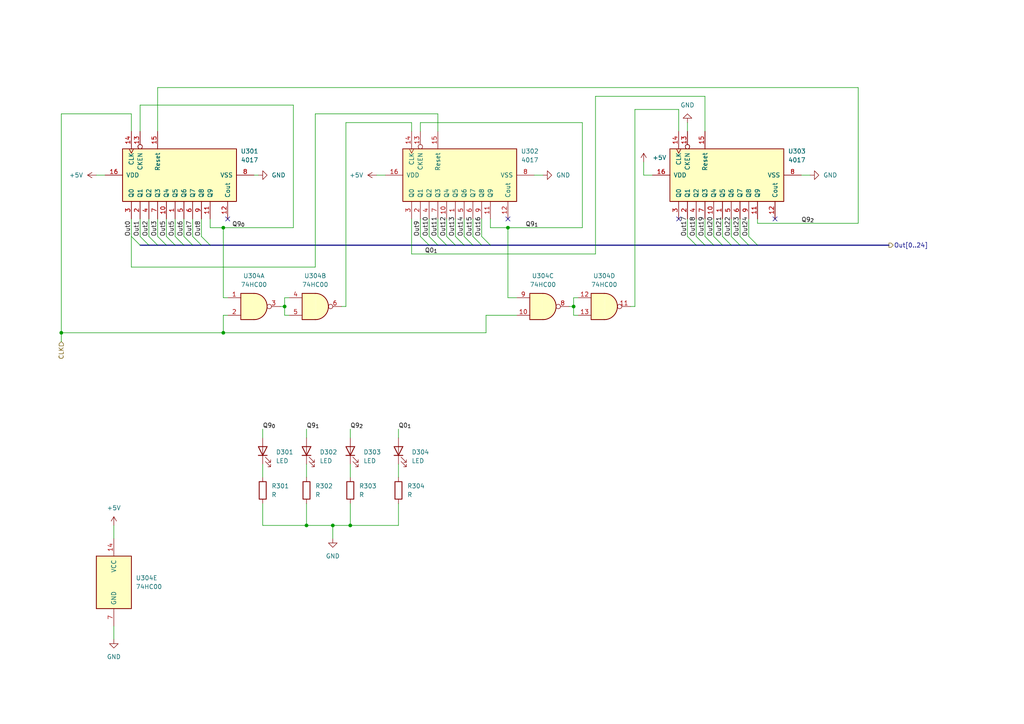
<source format=kicad_sch>
(kicad_sch (version 20230121) (generator eeschema)
  (paper "A4")
  (lib_symbols
    (symbol "4xxx:4017" (pin_names (offset 1.016))
      (property "Reference" "U" (at -7.62 16.51 0))
      (property "Value" "4017" (at -7.62 -19.05 0))
      (symbol "4017_1_0"
        (pin output line (at 12.7 0 180) (length 5.08) (name "Q5") (number "1"))
        (pin output line (at 12.7 2.54 180) (length 5.08) (name "Q4") (number "10"))
        (pin output line (at 12.7 -10.16 180) (length 5.08) (name "Q9") (number "11"))
        (pin output line (at 12.7 -15.24 180) (length 5.08) (name "Cout") (number "12"))
        (pin input inverted (at -12.7 10.16 0) (length 5.08) (name "CKEN") (number "13"))
        (pin input clock (at -12.7 12.7 0) (length 5.08) (name "CLK") (number "14"))
        (pin input line (at -12.7 5.08 0) (length 5.08) (name "Reset") (number "15"))
        (pin power_in line (at 0 20.32 270) (length 5.08) (name "VDD") (number "16"))
        (pin output line (at 12.7 10.16 180) (length 5.08) (name "Q1") (number "2"))
        (pin output line (at 12.7 12.7 180) (length 5.08) (name "Q0") (number "3"))
        (pin output line (at 12.7 7.62 180) (length 5.08) (name "Q2") (number "4"))
        (pin output line (at 12.7 -2.54 180) (length 5.08) (name "Q6") (number "5"))
        (pin output line (at 12.7 -5.08 180) (length 5.08) (name "Q7") (number "6"))
        (pin output line (at 12.7 5.08 180) (length 5.08) (name "Q3") (number "7"))
        (pin power_in line (at 0 -22.86 90) (length 5.08) (name "VSS") (number "8"))
        (pin output line (at 12.7 -7.62 180) (length 5.08) (name "Q8") (number "9"))
      )
      (symbol "4017_1_1"
        (rectangle (start -7.62 15.24) (end 7.62 -17.78) (stroke (width 0.254)) (fill (type background)))
      )
    )
    (symbol "74xx:74HC00" (pin_names (offset 1.016))
      (property "Reference" "U" (at 0 1.27 0))
      (property "Value" "74HC00" (at 0 -1.27 0))
      (symbol "74HC00_1_1"
        (arc (start 0 -3.81) (mid 3.7934 0) (end 0 3.81) (stroke (width 0.254)) (fill (type background)))
        (polyline (pts (xy 0 3.81) (xy -3.81 3.81) (xy -3.81 -3.81) (xy 0 -3.81)) (stroke (width 0.254)) (fill (type background)))
        (pin input line (at -7.62 2.54 0) (length 3.81) (name "~") (number "1"))
        (pin input line (at -7.62 -2.54 0) (length 3.81) (name "~") (number "2"))
        (pin output inverted (at 7.62 0 180) (length 3.81) (name "~") (number "3"))
      )
      (symbol "74HC00_1_2"
        (arc (start -3.81 -3.81) (mid -2.589 0) (end -3.81 3.81) (stroke (width 0.254)))
        (arc (start -0.6096 -3.81) (mid 2.1842 -2.5851) (end 3.81 0) (stroke (width 0.254)) (fill (type background)))
        (polyline (pts (xy -3.81 -3.81) (xy -0.635 -3.81)) (stroke (width 0.254)) (fill (type background)))
        (polyline (pts (xy -3.81 3.81) (xy -0.635 3.81)) (stroke (width 0.254)) (fill (type background)))
        (polyline (pts (xy -0.635 3.81) (xy -3.81 3.81) (xy -3.81 3.81) (xy -3.556 3.4036) (xy -3.0226 2.2606) (xy -2.6924 1.0414) (xy -2.6162 -0.254) (xy -2.7686 -1.4986) (xy -3.175 -2.7178) (xy -3.81 -3.81) (xy -3.81 -3.81) (xy -0.635 -3.81)) (stroke (width -25.4)) (fill (type background)))
        (arc (start 3.81 0) (mid 2.1915 2.5936) (end -0.6096 3.81) (stroke (width 0.254)) (fill (type background)))
        (pin input inverted (at -7.62 2.54 0) (length 4.318) (name "~") (number "1"))
        (pin input inverted (at -7.62 -2.54 0) (length 4.318) (name "~") (number "2"))
        (pin output line (at 7.62 0 180) (length 3.81) (name "~") (number "3"))
      )
      (symbol "74HC00_2_1"
        (arc (start 0 -3.81) (mid 3.7934 0) (end 0 3.81) (stroke (width 0.254)) (fill (type background)))
        (polyline (pts (xy 0 3.81) (xy -3.81 3.81) (xy -3.81 -3.81) (xy 0 -3.81)) (stroke (width 0.254)) (fill (type background)))
        (pin input line (at -7.62 2.54 0) (length 3.81) (name "~") (number "4"))
        (pin input line (at -7.62 -2.54 0) (length 3.81) (name "~") (number "5"))
        (pin output inverted (at 7.62 0 180) (length 3.81) (name "~") (number "6"))
      )
      (symbol "74HC00_2_2"
        (arc (start -3.81 -3.81) (mid -2.589 0) (end -3.81 3.81) (stroke (width 0.254)))
        (arc (start -0.6096 -3.81) (mid 2.1842 -2.5851) (end 3.81 0) (stroke (width 0.254)) (fill (type background)))
        (polyline (pts (xy -3.81 -3.81) (xy -0.635 -3.81)) (stroke (width 0.254)) (fill (type background)))
        (polyline (pts (xy -3.81 3.81) (xy -0.635 3.81)) (stroke (width 0.254)) (fill (type background)))
        (polyline (pts (xy -0.635 3.81) (xy -3.81 3.81) (xy -3.81 3.81) (xy -3.556 3.4036) (xy -3.0226 2.2606) (xy -2.6924 1.0414) (xy -2.6162 -0.254) (xy -2.7686 -1.4986) (xy -3.175 -2.7178) (xy -3.81 -3.81) (xy -3.81 -3.81) (xy -0.635 -3.81)) (stroke (width -25.4)) (fill (type background)))
        (arc (start 3.81 0) (mid 2.1915 2.5936) (end -0.6096 3.81) (stroke (width 0.254)) (fill (type background)))
        (pin input inverted (at -7.62 2.54 0) (length 4.318) (name "~") (number "4"))
        (pin input inverted (at -7.62 -2.54 0) (length 4.318) (name "~") (number "5"))
        (pin output line (at 7.62 0 180) (length 3.81) (name "~") (number "6"))
      )
      (symbol "74HC00_3_1"
        (arc (start 0 -3.81) (mid 3.7934 0) (end 0 3.81) (stroke (width 0.254)) (fill (type background)))
        (polyline (pts (xy 0 3.81) (xy -3.81 3.81) (xy -3.81 -3.81) (xy 0 -3.81)) (stroke (width 0.254)) (fill (type background)))
        (pin input line (at -7.62 -2.54 0) (length 3.81) (name "~") (number "10"))
        (pin output inverted (at 7.62 0 180) (length 3.81) (name "~") (number "8"))
        (pin input line (at -7.62 2.54 0) (length 3.81) (name "~") (number "9"))
      )
      (symbol "74HC00_3_2"
        (arc (start -3.81 -3.81) (mid -2.589 0) (end -3.81 3.81) (stroke (width 0.254)))
        (arc (start -0.6096 -3.81) (mid 2.1842 -2.5851) (end 3.81 0) (stroke (width 0.254)) (fill (type background)))
        (polyline (pts (xy -3.81 -3.81) (xy -0.635 -3.81)) (stroke (width 0.254)) (fill (type background)))
        (polyline (pts (xy -3.81 3.81) (xy -0.635 3.81)) (stroke (width 0.254)) (fill (type background)))
        (polyline (pts (xy -0.635 3.81) (xy -3.81 3.81) (xy -3.81 3.81) (xy -3.556 3.4036) (xy -3.0226 2.2606) (xy -2.6924 1.0414) (xy -2.6162 -0.254) (xy -2.7686 -1.4986) (xy -3.175 -2.7178) (xy -3.81 -3.81) (xy -3.81 -3.81) (xy -0.635 -3.81)) (stroke (width -25.4)) (fill (type background)))
        (arc (start 3.81 0) (mid 2.1915 2.5936) (end -0.6096 3.81) (stroke (width 0.254)) (fill (type background)))
        (pin input inverted (at -7.62 -2.54 0) (length 4.318) (name "~") (number "10"))
        (pin output line (at 7.62 0 180) (length 3.81) (name "~") (number "8"))
        (pin input inverted (at -7.62 2.54 0) (length 4.318) (name "~") (number "9"))
      )
      (symbol "74HC00_4_1"
        (arc (start 0 -3.81) (mid 3.7934 0) (end 0 3.81) (stroke (width 0.254)) (fill (type background)))
        (polyline (pts (xy 0 3.81) (xy -3.81 3.81) (xy -3.81 -3.81) (xy 0 -3.81)) (stroke (width 0.254)) (fill (type background)))
        (pin output inverted (at 7.62 0 180) (length 3.81) (name "~") (number "11"))
        (pin input line (at -7.62 2.54 0) (length 3.81) (name "~") (number "12"))
        (pin input line (at -7.62 -2.54 0) (length 3.81) (name "~") (number "13"))
      )
      (symbol "74HC00_4_2"
        (arc (start -3.81 -3.81) (mid -2.589 0) (end -3.81 3.81) (stroke (width 0.254)))
        (arc (start -0.6096 -3.81) (mid 2.1842 -2.5851) (end 3.81 0) (stroke (width 0.254)) (fill (type background)))
        (polyline (pts (xy -3.81 -3.81) (xy -0.635 -3.81)) (stroke (width 0.254)) (fill (type background)))
        (polyline (pts (xy -3.81 3.81) (xy -0.635 3.81)) (stroke (width 0.254)) (fill (type background)))
        (polyline (pts (xy -0.635 3.81) (xy -3.81 3.81) (xy -3.81 3.81) (xy -3.556 3.4036) (xy -3.0226 2.2606) (xy -2.6924 1.0414) (xy -2.6162 -0.254) (xy -2.7686 -1.4986) (xy -3.175 -2.7178) (xy -3.81 -3.81) (xy -3.81 -3.81) (xy -0.635 -3.81)) (stroke (width -25.4)) (fill (type background)))
        (arc (start 3.81 0) (mid 2.1915 2.5936) (end -0.6096 3.81) (stroke (width 0.254)) (fill (type background)))
        (pin output line (at 7.62 0 180) (length 3.81) (name "~") (number "11"))
        (pin input inverted (at -7.62 2.54 0) (length 4.318) (name "~") (number "12"))
        (pin input inverted (at -7.62 -2.54 0) (length 4.318) (name "~") (number "13"))
      )
      (symbol "74HC00_5_0"
        (pin power_in line (at 0 12.7 270) (length 5.08) (name "VCC") (number "14"))
        (pin power_in line (at 0 -12.7 90) (length 5.08) (name "GND") (number "7"))
      )
      (symbol "74HC00_5_1"
        (rectangle (start -5.08 7.62) (end 5.08 -7.62) (stroke (width 0.254)) (fill (type background)))
      )
    )
    (symbol "Device:LED" (pin_numbers hide) (pin_names (offset 1.016) hide)
      (property "Reference" "D" (at 0 2.54 0))
      (property "Value" "LED" (at 0 -2.54 0))
      (symbol "LED_0_1"
        (polyline (pts (xy -1.27 -1.27) (xy -1.27 1.27)) (stroke (width 0.254)))
        (polyline (pts (xy -1.27 0) (xy 1.27 0)))
        (polyline (pts (xy 1.27 -1.27) (xy 1.27 1.27) (xy -1.27 0) (xy 1.27 -1.27)) (stroke (width 0.254)))
        (polyline (pts (xy -3.048 -0.762) (xy -4.572 -2.286) (xy -3.81 -2.286) (xy -4.572 -2.286) (xy -4.572 -1.524)))
        (polyline (pts (xy -1.778 -0.762) (xy -3.302 -2.286) (xy -2.54 -2.286) (xy -3.302 -2.286) (xy -3.302 -1.524)))
      )
      (symbol "LED_1_1"
        (pin passive line (at -3.81 0 0) (length 2.54) (name "K") (number "1"))
        (pin passive line (at 3.81 0 180) (length 2.54) (name "A") (number "2"))
      )
    )
    (symbol "Device:R" (pin_numbers hide) (pin_names (offset 0))
      (property "Reference" "R" (at 2.032 0 90))
      (property "Value" "R" (at 0 0 90))
      (symbol "R_0_1"
        (rectangle (start -1.016 -2.54) (end 1.016 2.54) (stroke (width 0.254)))
      )
      (symbol "R_1_1"
        (pin passive line (at 0 3.81 270) (length 1.27) (name "~") (number "1"))
        (pin passive line (at 0 -3.81 90) (length 1.27) (name "~") (number "2"))
      )
    )
    (symbol "power:+5V" (power) (pin_names (offset 0))
      (property "Value" "+5V" (at 0 3.556 0))
      (symbol "+5V_0_1"
        (polyline (pts (xy -0.762 1.27) (xy 0 2.54)))
        (polyline (pts (xy 0 0) (xy 0 2.54)))
        (polyline (pts (xy 0 2.54) (xy 0.762 1.27)))
      )
      (symbol "+5V_1_1"
        (pin power_in line (at 0 0 90) (length 0) hide (name "+5V") (number "1"))
      )
    )
    (symbol "power:GND" (power) (pin_names (offset 0))
      (property "Value" "GND" (at 0 -3.81 0))
      (symbol "GND_0_1"
        (polyline (pts (xy 0 0) (xy 0 -1.27) (xy 1.27 -1.27) (xy 0 -2.54) (xy -1.27 -1.27) (xy 0 -1.27)))
      )
      (symbol "GND_1_1"
        (pin power_in line (at 0 0 270) (length 0) hide (name "GND") (number "1"))
      )
    )
  )
  (junction (at 166.37 88.9))
  (junction (at 82.55 88.9))
  (junction (at 64.77 96.52))
  (junction (at 101.6 152.4))
  (junction (at 96.52 152.4))
  (junction (at 17.78 96.52))
  (junction (at 147.32 66.04))
  (junction (at 64.77 66.04))
  (junction (at 88.9 152.4))
  (no_connect (at 224.79 63.5))
  (no_connect (at 196.85 63.5))
  (no_connect (at 147.32 63.5))
  (no_connect (at 66.04 63.5))
  (bus_entry (at 219.71 71.12) (size -2.54 -2.54))
  (bus_entry (at 50.8 71.12) (size -2.54 -2.54))
  (bus_entry (at 137.16 71.12) (size -2.54 -2.54))
  (bus_entry (at 124.46 71.12) (size -2.54 -2.54))
  (bus_entry (at 45.72 71.12) (size -2.54 -2.54))
  (bus_entry (at 132.08 71.12) (size -2.54 -2.54))
  (bus_entry (at 53.34 71.12) (size -2.54 -2.54))
  (bus_entry (at 217.17 71.12) (size -2.54 -2.54))
  (bus_entry (at 40.64 71.12) (size -2.54 -2.54))
  (bus_entry (at 214.63 71.12) (size -2.54 -2.54))
  (bus_entry (at 43.18 71.12) (size -2.54 -2.54))
  (bus_entry (at 58.42 71.12) (size -2.54 -2.54))
  (bus_entry (at 207.01 71.12) (size -2.54 -2.54))
  (bus_entry (at 127 71.12) (size -2.54 -2.54))
  (bus_entry (at 201.93 71.12) (size -2.54 -2.54))
  (bus_entry (at 139.7 71.12) (size -2.54 -2.54))
  (bus_entry (at 60.96 71.12) (size -2.54 -2.54))
  (bus_entry (at 129.54 71.12) (size -2.54 -2.54))
  (bus_entry (at 55.88 71.12) (size -2.54 -2.54))
  (bus_entry (at 48.26 71.12) (size -2.54 -2.54))
  (bus_entry (at 204.47 71.12) (size -2.54 -2.54))
  (bus_entry (at 209.55 71.12) (size -2.54 -2.54))
  (bus_entry (at 134.62 71.12) (size -2.54 -2.54))
  (bus_entry (at 212.09 71.12) (size -2.54 -2.54))
  (bus_entry (at 142.24 71.12) (size -2.54 -2.54))
  (wire (pts (xy 140.97 91.44) (xy 149.86 91.44)))
  (wire (pts (xy 64.77 66.04) (xy 85.09 66.04)))
  (wire (pts (xy 101.6 152.4) (xy 115.57 152.4)))
  (wire (pts (xy 64.77 86.36) (xy 66.04 86.36)))
  (wire (pts (xy 76.2 124.46) (xy 76.2 127)))
  (bus (pts (xy 209.55 71.12) (xy 212.09 71.12)))
  (wire (pts (xy 101.6 124.46) (xy 101.6 127)))
  (wire (pts (xy 76.2 152.4) (xy 88.9 152.4)))
  (bus (pts (xy 217.17 71.12) (xy 219.71 71.12)))
  (wire (pts (xy 196.85 31.75) (xy 196.85 38.1)))
  (wire (pts (xy 207.01 63.5) (xy 207.01 68.58)))
  (wire (pts (xy 91.44 33.02) (xy 127 33.02)))
  (wire (pts (xy 165.1 88.9) (xy 166.37 88.9)))
  (wire (pts (xy 154.94 50.8) (xy 157.48 50.8)))
  (bus (pts (xy 40.64 71.12) (xy 43.18 71.12)))
  (wire (pts (xy 204.47 63.5) (xy 204.47 68.58)))
  (wire (pts (xy 172.72 27.94) (xy 204.47 27.94)))
  (wire (pts (xy 232.41 50.8) (xy 234.95 50.8)))
  (wire (pts (xy 248.92 25.4) (xy 248.92 64.77)))
  (wire (pts (xy 139.7 63.5) (xy 139.7 68.58)))
  (wire (pts (xy 88.9 124.46) (xy 88.9 127)))
  (wire (pts (xy 40.64 63.5) (xy 40.64 68.58)))
  (bus (pts (xy 50.8 71.12) (xy 53.34 71.12)))
  (wire (pts (xy 101.6 134.62) (xy 101.6 138.43)))
  (wire (pts (xy 115.57 146.05) (xy 115.57 152.4)))
  (wire (pts (xy 88.9 134.62) (xy 88.9 138.43)))
  (wire (pts (xy 64.77 66.04) (xy 60.96 66.04)))
  (wire (pts (xy 27.94 50.8) (xy 30.48 50.8)))
  (wire (pts (xy 45.72 63.5) (xy 45.72 68.58)))
  (wire (pts (xy 166.37 86.36) (xy 167.64 86.36)))
  (wire (pts (xy 17.78 33.02) (xy 38.1 33.02)))
  (wire (pts (xy 17.78 96.52) (xy 64.77 96.52)))
  (bus (pts (xy 60.96 71.12) (xy 124.46 71.12)))
  (wire (pts (xy 38.1 68.58) (xy 38.1 77.47)))
  (wire (pts (xy 119.38 63.5) (xy 119.38 73.66)))
  (wire (pts (xy 109.22 50.8) (xy 111.76 50.8)))
  (wire (pts (xy 96.52 152.4) (xy 96.52 156.21)))
  (bus (pts (xy 129.54 71.12) (xy 132.08 71.12)))
  (wire (pts (xy 189.23 50.8) (xy 186.69 50.8)))
  (wire (pts (xy 119.38 73.66) (xy 172.72 73.66)))
  (wire (pts (xy 124.46 63.5) (xy 124.46 68.58)))
  (wire (pts (xy 38.1 77.47) (xy 91.44 77.47)))
  (wire (pts (xy 100.33 35.56) (xy 119.38 35.56)))
  (wire (pts (xy 101.6 146.05) (xy 101.6 152.4)))
  (wire (pts (xy 85.09 66.04) (xy 85.09 30.48)))
  (wire (pts (xy 85.09 30.48) (xy 40.64 30.48)))
  (wire (pts (xy 137.16 63.5) (xy 137.16 68.58)))
  (wire (pts (xy 132.08 63.5) (xy 132.08 68.58)))
  (wire (pts (xy 219.71 64.77) (xy 219.71 63.5)))
  (wire (pts (xy 129.54 63.5) (xy 129.54 68.58)))
  (wire (pts (xy 201.93 63.5) (xy 201.93 68.58)))
  (wire (pts (xy 214.63 63.5) (xy 214.63 68.58)))
  (wire (pts (xy 66.04 91.44) (xy 64.77 91.44)))
  (wire (pts (xy 17.78 99.06) (xy 17.78 96.52)))
  (wire (pts (xy 82.55 86.36) (xy 83.82 86.36)))
  (wire (pts (xy 199.39 63.5) (xy 199.39 68.58)))
  (wire (pts (xy 53.34 63.5) (xy 53.34 68.58)))
  (wire (pts (xy 82.55 88.9) (xy 82.55 86.36)))
  (wire (pts (xy 64.77 96.52) (xy 140.97 96.52)))
  (bus (pts (xy 134.62 71.12) (xy 137.16 71.12)))
  (wire (pts (xy 82.55 91.44) (xy 82.55 88.9)))
  (wire (pts (xy 17.78 96.52) (xy 17.78 33.02)))
  (wire (pts (xy 119.38 38.1) (xy 119.38 35.56)))
  (bus (pts (xy 212.09 71.12) (xy 214.63 71.12)))
  (wire (pts (xy 199.39 35.56) (xy 199.39 38.1)))
  (bus (pts (xy 204.47 71.12) (xy 207.01 71.12)))
  (wire (pts (xy 83.82 91.44) (xy 82.55 91.44)))
  (bus (pts (xy 132.08 71.12) (xy 134.62 71.12)))
  (wire (pts (xy 172.72 73.66) (xy 172.72 27.94)))
  (wire (pts (xy 88.9 152.4) (xy 96.52 152.4)))
  (wire (pts (xy 33.02 181.61) (xy 33.02 185.42)))
  (wire (pts (xy 76.2 146.05) (xy 76.2 152.4)))
  (wire (pts (xy 121.92 38.1) (xy 121.92 35.56)))
  (wire (pts (xy 184.15 31.75) (xy 196.85 31.75)))
  (wire (pts (xy 45.72 25.4) (xy 248.92 25.4)))
  (wire (pts (xy 64.77 91.44) (xy 64.77 96.52)))
  (wire (pts (xy 73.66 50.8) (xy 74.93 50.8)))
  (wire (pts (xy 38.1 68.58) (xy 38.1 63.5)))
  (wire (pts (xy 33.02 152.4) (xy 33.02 156.21)))
  (wire (pts (xy 38.1 33.02) (xy 38.1 38.1)))
  (wire (pts (xy 127 63.5) (xy 127 68.58)))
  (wire (pts (xy 212.09 63.5) (xy 212.09 68.58)))
  (wire (pts (xy 91.44 77.47) (xy 91.44 33.02)))
  (bus (pts (xy 53.34 71.12) (xy 55.88 71.12)))
  (wire (pts (xy 40.64 30.48) (xy 40.64 38.1)))
  (wire (pts (xy 147.32 66.04) (xy 142.24 66.04)))
  (bus (pts (xy 207.01 71.12) (xy 209.55 71.12)))
  (wire (pts (xy 140.97 96.52) (xy 140.97 91.44)))
  (wire (pts (xy 142.24 66.04) (xy 142.24 63.5)))
  (wire (pts (xy 147.32 66.04) (xy 147.32 86.36)))
  (bus (pts (xy 139.7 71.12) (xy 142.24 71.12)))
  (bus (pts (xy 55.88 71.12) (xy 58.42 71.12)))
  (wire (pts (xy 100.33 88.9) (xy 100.33 35.56)))
  (bus (pts (xy 58.42 71.12) (xy 60.96 71.12)))
  (wire (pts (xy 168.91 35.56) (xy 168.91 66.04)))
  (wire (pts (xy 182.88 88.9) (xy 184.15 88.9)))
  (wire (pts (xy 186.69 50.8) (xy 186.69 46.99)))
  (bus (pts (xy 48.26 71.12) (xy 50.8 71.12)))
  (bus (pts (xy 142.24 71.12) (xy 201.93 71.12)))
  (wire (pts (xy 115.57 124.46) (xy 115.57 127)))
  (wire (pts (xy 184.15 31.75) (xy 184.15 88.9)))
  (wire (pts (xy 50.8 63.5) (xy 50.8 68.58)))
  (wire (pts (xy 121.92 35.56) (xy 168.91 35.56)))
  (wire (pts (xy 45.72 38.1) (xy 45.72 25.4)))
  (wire (pts (xy 134.62 63.5) (xy 134.62 68.58)))
  (bus (pts (xy 124.46 71.12) (xy 127 71.12)))
  (bus (pts (xy 214.63 71.12) (xy 217.17 71.12)))
  (wire (pts (xy 81.28 88.9) (xy 82.55 88.9)))
  (wire (pts (xy 48.26 63.5) (xy 48.26 68.58)))
  (wire (pts (xy 204.47 27.94) (xy 204.47 38.1)))
  (wire (pts (xy 248.92 64.77) (xy 219.71 64.77)))
  (wire (pts (xy 60.96 63.5) (xy 60.96 66.04)))
  (wire (pts (xy 121.92 63.5) (xy 121.92 68.58)))
  (wire (pts (xy 58.42 63.5) (xy 58.42 68.58)))
  (wire (pts (xy 43.18 63.5) (xy 43.18 68.58)))
  (wire (pts (xy 55.88 63.5) (xy 55.88 68.58)))
  (wire (pts (xy 168.91 66.04) (xy 147.32 66.04)))
  (bus (pts (xy 127 71.12) (xy 129.54 71.12)))
  (wire (pts (xy 115.57 134.62) (xy 115.57 138.43)))
  (wire (pts (xy 166.37 91.44) (xy 167.64 91.44)))
  (wire (pts (xy 64.77 66.04) (xy 64.77 86.36)))
  (bus (pts (xy 45.72 71.12) (xy 48.26 71.12)))
  (wire (pts (xy 99.06 88.9) (xy 100.33 88.9)))
  (wire (pts (xy 96.52 152.4) (xy 101.6 152.4)))
  (wire (pts (xy 88.9 146.05) (xy 88.9 152.4)))
  (wire (pts (xy 166.37 86.36) (xy 166.37 88.9)))
  (wire (pts (xy 76.2 134.62) (xy 76.2 138.43)))
  (wire (pts (xy 209.55 63.5) (xy 209.55 68.58)))
  (wire (pts (xy 127 33.02) (xy 127 38.1)))
  (wire (pts (xy 217.17 63.5) (xy 217.17 68.58)))
  (bus (pts (xy 219.71 71.12) (xy 257.81 71.12)))
  (bus (pts (xy 43.18 71.12) (xy 45.72 71.12)))
  (bus (pts (xy 201.93 71.12) (xy 204.47 71.12)))
  (bus (pts (xy 137.16 71.12) (xy 139.7 71.12)))
  (wire (pts (xy 166.37 88.9) (xy 166.37 91.44)))
  (wire (pts (xy 147.32 86.36) (xy 149.86 86.36)))
  (label "Out5" (at 48.26 68.58 90))
  (label "Out9" (at 121.92 68.58 90))
  (label "Out22" (at 212.09 68.58 90))
  (label "Q0_{1}" (at 115.57 124.46 0))
  (label "Out0" (at 38.1 68.58 90))
  (label "Out17" (at 199.39 68.58 90))
  (label "Q9_{1}" (at 152.4 66.04 0))
  (label "Out6" (at 53.34 68.58 90))
  (label "Out5" (at 50.8 68.58 90))
  (label "Out10" (at 124.46 68.58 90))
  (label "Out2" (at 43.18 68.58 90))
  (label "Out13" (at 132.08 68.58 90))
  (label "Out11" (at 127 68.58 90))
  (label "Out12" (at 129.54 68.58 90))
  (label "Q9_{1}" (at 88.9 124.46 0))
  (label "Out3" (at 45.72 68.58 90))
  (label "Out21" (at 209.55 68.58 90))
  (label "Out16" (at 139.7 68.58 90))
  (label "Out14" (at 134.62 68.58 90))
  (label "Out20" (at 207.01 68.58 90))
  (label "Out23" (at 214.63 68.58 90))
  (label "Q9_{2}" (at 232.41 64.77 0))
  (label "Q9_{0}" (at 76.2 124.46 0))
  (label "Q0_{1}" (at 123.19 73.66 0))
  (label "Out7" (at 55.88 68.58 90))
  (label "Out8" (at 58.42 68.58 90))
  (label "Out15" (at 137.16 68.58 90))
  (label "Out24" (at 217.17 68.58 90))
  (label "Out18" (at 201.93 68.58 90))
  (label "Out1" (at 40.64 68.58 90))
  (label "Q9_{0}" (at 67.31 66.04 0))
  (label "Out19" (at 204.47 68.58 90))
  (label "Q9_{2}" (at 101.6 124.46 0))
  (hierarchical_label "CLK" (shape input) (at 17.78 99.06 270))
  (hierarchical_label "Out[0..24]" (shape output) (at 257.81 71.12 0))
  (symbol (lib_id "power:GND") (at 234.95 50.8 90) (unit 1)
    (property "Reference" "#PWR0306" (effects hide))
    (property "Value" "GND" (at 238.76 50.8 90) (effects (justify right)))
  )
  (symbol (lib_id "Device:LED") (at 101.6 130.81 90) (unit 1)
    (property "Reference" "D303" (at 105.41 131.1275 90) (effects (justify right)))
    (property "Value" "LED" (at 105.41 133.6675 90) (effects (justify right)))
    (property "Footprint" "LED_THT:LED_D3.0mm" (effects hide))
  )
  (symbol (lib_id "74xx:74HC00") (at 33.02 168.91 0) (unit 5)
    (property "Reference" "U304" (at 39.37 167.64 0) (effects (justify left)))
    (property "Value" "74HC00" (at 39.37 170.18 0) (effects (justify left)))
    (property "Footprint" "Package_DIP:DIP-14_W7.62mm_Socket" (effects hide))
    (property "Datasheet" "http://www.ti.com/lit/gpn/sn74hc00" (effects hide))
  )
  (symbol (lib_id "power:GND") (at 199.39 35.56 180) (unit 1)
    (property "Reference" "#PWR0307" (effects hide))
    (property "Value" "GND" (at 199.39 30.48 0))
  )
  (symbol (lib_id "74xx:74HC00") (at 175.26 88.9 0) (unit 4)
    (property "Reference" "U304" (at 175.2517 80.01 0))
    (property "Value" "74HC00" (at 175.2517 82.55 0))
    (property "Footprint" "Package_DIP:DIP-14_W7.62mm_Socket" (effects hide))
    (property "Datasheet" "http://www.ti.com/lit/gpn/sn74hc00" (effects hide))
  )
  (symbol (lib_id "74xx:74HC00") (at 91.44 88.9 0) (unit 2)
    (property "Reference" "U304" (at 91.4317 80.01 0))
    (property "Value" "74HC00" (at 91.4317 82.55 0))
    (property "Footprint" "Package_DIP:DIP-14_W7.62mm_Socket" (effects hide))
    (property "Datasheet" "http://www.ti.com/lit/gpn/sn74hc00" (effects hide))
  )
  (symbol (lib_id "Device:LED") (at 115.57 130.81 90) (unit 1)
    (property "Reference" "D304" (at 119.38 131.1275 90) (effects (justify right)))
    (property "Value" "LED" (at 119.38 133.6675 90) (effects (justify right)))
    (property "Footprint" "LED_THT:LED_D3.0mm" (effects hide))
  )
  (symbol (lib_id "power:+5V") (at 186.69 46.99 0) (unit 1)
    (property "Reference" "#PWR0301" (effects hide))
    (property "Value" "+5V" (at 189.23 45.72 0) (effects (justify left)))
  )
  (symbol (lib_id "74xx:74HC00") (at 157.48 88.9 0) (unit 3)
    (property "Reference" "U304" (at 157.4717 80.01 0))
    (property "Value" "74HC00" (at 157.4717 82.55 0))
    (property "Footprint" "Package_DIP:DIP-14_W7.62mm_Socket" (effects hide))
    (property "Datasheet" "http://www.ti.com/lit/gpn/sn74hc00" (effects hide))
  )
  (symbol (lib_id "power:GND") (at 74.93 50.8 90) (unit 1)
    (property "Reference" "#PWR0304" (effects hide))
    (property "Value" "GND" (at 78.74 50.8 90) (effects (justify right)))
  )
  (symbol (lib_id "4xxx:4017") (at 209.55 50.8 90) (mirror x) (unit 1)
    (property "Reference" "U303" (at 231.14 43.8719 90))
    (property "Value" "4017" (at 231.14 46.4119 90))
    (property "Footprint" "Package_DIP:DIP-16_W7.62mm_Socket" (effects hide))
    (property "Datasheet" "http://www.intersil.com/content/dam/Intersil/documents/cd40/cd4017bms-22bms.pdf" (effects hide))
  )
  (symbol (lib_id "74xx:74HC00") (at 73.66 88.9 0) (unit 1)
    (property "Reference" "U304" (at 73.6517 80.01 0))
    (property "Value" "74HC00" (at 73.6517 82.55 0))
    (property "Footprint" "Package_DIP:DIP-14_W7.62mm_Socket" (effects hide))
    (property "Datasheet" "http://www.ti.com/lit/gpn/sn74hc00" (effects hide))
  )
  (symbol (lib_id "power:GND") (at 157.48 50.8 90) (unit 1)
    (property "Reference" "#PWR0305" (effects hide))
    (property "Value" "GND" (at 161.29 50.8 90) (effects (justify right)))
  )
  (symbol (lib_id "Device:R") (at 88.9 142.24 0) (unit 1)
    (property "Reference" "R302" (at 91.44 140.97 0) (effects (justify left)))
    (property "Value" "R" (at 91.44 143.51 0) (effects (justify left)))
    (property "Footprint" "Resistor_THT:R_Axial_DIN0207_L6.3mm_D2.5mm_P7.62mm_Horizontal" (effects hide))
  )
  (symbol (lib_id "power:+5V") (at 33.02 152.4 0) (unit 1)
    (property "Reference" "#PWR0309" (effects hide))
    (property "Value" "+5V" (at 33.02 147.32 0))
  )
  (symbol (lib_id "Device:LED") (at 88.9 130.81 90) (unit 1)
    (property "Reference" "D302" (at 92.71 131.1275 90) (effects (justify right)))
    (property "Value" "LED" (at 92.71 133.6675 90) (effects (justify right)))
    (property "Footprint" "LED_THT:LED_D3.0mm" (effects hide))
  )
  (symbol (lib_id "power:+5V") (at 27.94 50.8 90) (unit 1)
    (property "Reference" "#PWR0303" (effects hide))
    (property "Value" "+5V" (at 24.13 50.8 90) (effects (justify left)))
  )
  (symbol (lib_id "4xxx:4017") (at 50.8 50.8 90) (mirror x) (unit 1)
    (property "Reference" "U301" (at 72.39 43.8719 90))
    (property "Value" "4017" (at 72.39 46.4119 90))
    (property "Footprint" "Package_DIP:DIP-16_W7.62mm_Socket" (effects hide))
    (property "Datasheet" "http://www.intersil.com/content/dam/Intersil/documents/cd40/cd4017bms-22bms.pdf" (effects hide))
  )
  (symbol (lib_id "power:+5V") (at 109.22 50.8 90) (unit 1)
    (property "Reference" "#PWR0302" (effects hide))
    (property "Value" "+5V" (at 105.41 50.8 90) (effects (justify left)))
  )
  (symbol (lib_id "power:GND") (at 96.52 156.21 0) (unit 1)
    (property "Reference" "#PWR0310" (effects hide))
    (property "Value" "GND" (at 96.52 161.29 0))
  )
  (symbol (lib_id "Device:LED") (at 76.2 130.81 90) (unit 1)
    (property "Reference" "D301" (at 80.01 131.1275 90) (effects (justify right)))
    (property "Value" "LED" (at 80.01 133.6675 90) (effects (justify right)))
    (property "Footprint" "LED_THT:LED_D3.0mm" (effects hide))
  )
  (symbol (lib_id "4xxx:4017") (at 132.08 50.8 90) (mirror x) (unit 1)
    (property "Reference" "U302" (at 153.67 43.8719 90))
    (property "Value" "4017" (at 153.67 46.4119 90))
    (property "Footprint" "Package_DIP:DIP-16_W7.62mm_Socket" (effects hide))
    (property "Datasheet" "http://www.intersil.com/content/dam/Intersil/documents/cd40/cd4017bms-22bms.pdf" (effects hide))
  )
  (symbol (lib_id "power:GND") (at 33.02 185.42 0) (unit 1)
    (property "Reference" "#PWR0308" (effects hide))
    (property "Value" "GND" (at 33.02 190.5 0))
  )
  (symbol (lib_id "Device:R") (at 115.57 142.24 0) (unit 1)
    (property "Reference" "R304" (at 118.11 140.97 0) (effects (justify left)))
    (property "Value" "R" (at 118.11 143.51 0) (effects (justify left)))
    (property "Footprint" "Resistor_THT:R_Axial_DIN0207_L6.3mm_D2.5mm_P7.62mm_Horizontal" (effects hide))
  )
  (symbol (lib_id "Device:R") (at 101.6 142.24 0) (unit 1)
    (property "Reference" "R303" (at 104.14 140.97 0) (effects (justify left)))
    (property "Value" "R" (at 104.14 143.51 0) (effects (justify left)))
    (property "Footprint" "Resistor_THT:R_Axial_DIN0207_L6.3mm_D2.5mm_P7.62mm_Horizontal" (effects hide))
  )
  (symbol (lib_id "Device:R") (at 76.2 142.24 0) (unit 1)
    (property "Reference" "R301" (at 78.74 140.97 0) (effects (justify left)))
    (property "Value" "R" (at 78.74 143.51 0) (effects (justify left)))
    (property "Footprint" "Resistor_THT:R_Axial_DIN0207_L6.3mm_D2.5mm_P7.62mm_Horizontal" (effects hide))
  )
)
</source>
